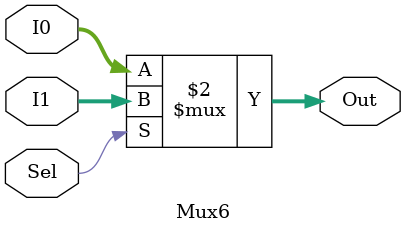
<source format=v>
module Mux(Out,I0,I1,Sel);

output [31:0] Out;
input  [31:0] I0,I1;
input  Sel;

assign Out=(~Sel)?I0:I1;

endmodule

module Mux5(Out,I0,I1,Sel);

output [4:0] Out;
input  [4:0] I0,I1;
input  Sel;

assign Out=(~Sel)?I0:I1;

endmodule

module Mux6(Out,I0,I1,Sel);

output [5:0] Out;
input  [5:0] I0,I1;
input  Sel;

assign Out=(~Sel)?I0:I1;

endmodule
</source>
